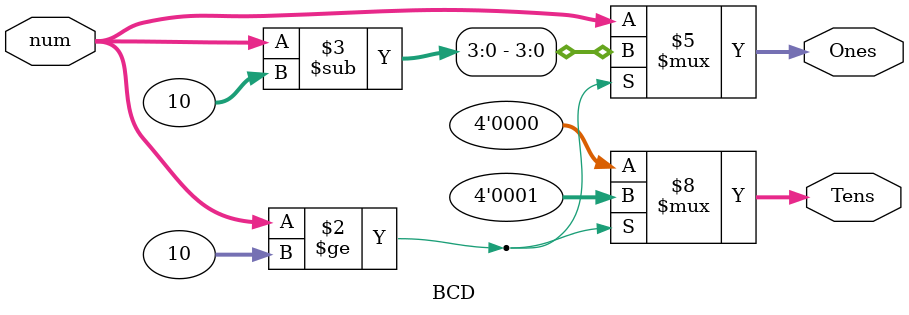
<source format=v>
`timescale 1ns / 1ps


module BCD(input [3:0] num,    // 4-bit input representing the score (0 to 15)
           output reg [3:0] Tens, // Tens place of the score (0 or 1)
           output reg [3:0] Ones  // Ones place of the score (0 to 9)
);
    always @(num) begin
        // Initialize Tens and Ones to 0
        Tens = 4'd0;
        Ones = num;  // Set Ones to the input number

        // If the number is 10 or greater, extract the Tens and Ones
        if (num >= 10) begin
            Tens = 4'd1;    // Tens place is 1 for values >= 10
            Ones = num - 10; // Subtract 10 from the input to get the Ones place
        end
    end
endmodule
</source>
